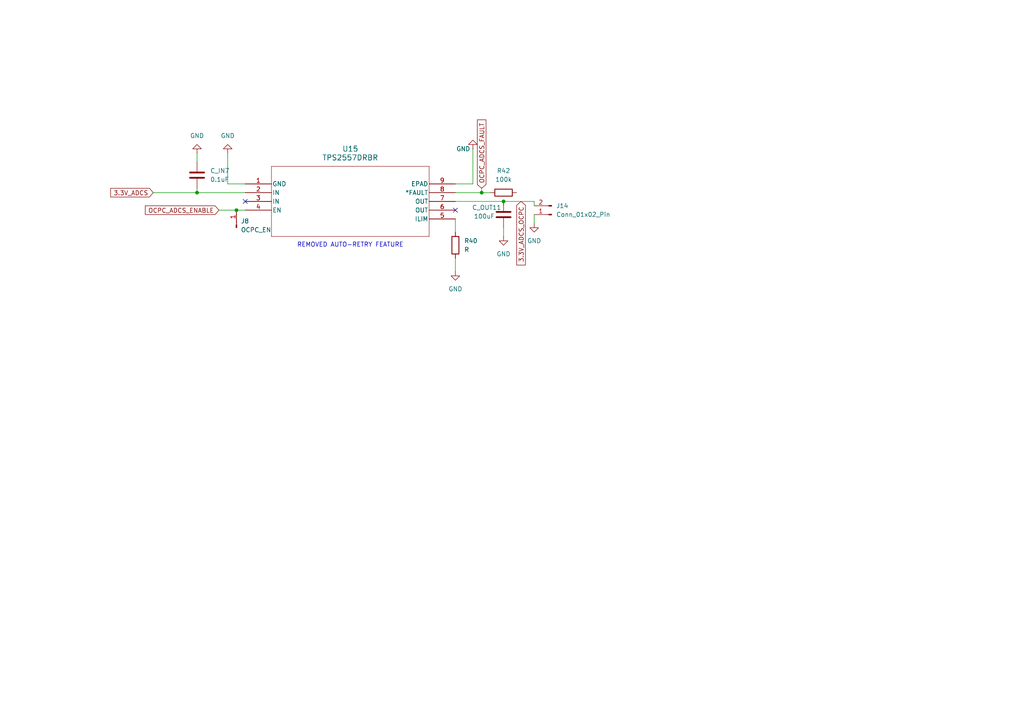
<source format=kicad_sch>
(kicad_sch (version 20231120) (generator "eeschema") (generator_version "8.0")
  (paper "A4")
  (lib_symbols
    (symbol "Connector:Conn_01x01_Pin" (pin_names (offset 1.016) hide)
      (property "Reference" "J" (at 0 2.54 0))
      (property "Value" "Conn_01x01_Pin" (at 0 -2.54 0))
      (symbol "Conn_01x01_Pin_1_1"
        (polyline (pts (xy 1.27 0) (xy 0.8636 0)) (stroke (width 0.1524)))
        (rectangle (start 0.8636 0.127) (end 0 -0.127) (stroke (width 0.1524)) (fill (type outline)))
        (pin passive line (at 5.08 0 180) (length 3.81) (name "Pin_1") (number "1"))
      )
    )
    (symbol "Connector:Conn_01x02_Pin" (pin_names (offset 1.016) hide)
      (property "Reference" "J" (at 0 2.54 0))
      (property "Value" "Conn_01x02_Pin" (at 0 -5.08 0))
      (symbol "Conn_01x02_Pin_1_1"
        (polyline (pts (xy 1.27 -2.54) (xy 0.8636 -2.54)) (stroke (width 0.1524)))
        (polyline (pts (xy 1.27 0) (xy 0.8636 0)) (stroke (width 0.1524)))
        (rectangle (start 0.8636 -2.413) (end 0 -2.667) (stroke (width 0.1524)) (fill (type outline)))
        (rectangle (start 0.8636 0.127) (end 0 -0.127) (stroke (width 0.1524)) (fill (type outline)))
        (pin passive line (at 5.08 0 180) (length 3.81) (name "Pin_1") (number "1"))
        (pin passive line (at 5.08 -2.54 180) (length 3.81) (name "Pin_2") (number "2"))
      )
    )
    (symbol "Device:C" (pin_numbers hide) (pin_names (offset 0.254))
      (property "Reference" "C" (at 0.635 2.54 0))
      (property "Value" "C" (at 0.635 -2.54 0))
      (symbol "C_0_1"
        (polyline (pts (xy -2.032 -0.762) (xy 2.032 -0.762)) (stroke (width 0.508)))
        (polyline (pts (xy -2.032 0.762) (xy 2.032 0.762)) (stroke (width 0.508)))
      )
      (symbol "C_1_1"
        (pin passive line (at 0 3.81 270) (length 2.794) (name "~") (number "1"))
        (pin passive line (at 0 -3.81 90) (length 2.794) (name "~") (number "2"))
      )
    )
    (symbol "Device:R" (pin_numbers hide) (pin_names (offset 0))
      (property "Reference" "R" (at 2.032 0 90))
      (property "Value" "R" (at 0 0 90))
      (symbol "R_0_1"
        (rectangle (start -1.016 -2.54) (end 1.016 2.54) (stroke (width 0.254)))
      )
      (symbol "R_1_1"
        (pin passive line (at 0 3.81 270) (length 1.27) (name "~") (number "1"))
        (pin passive line (at 0 -3.81 90) (length 1.27) (name "~") (number "2"))
      )
    )
    (symbol "TPS2557:TPS2557DRBR" (pin_names (offset 0.254))
      (property "Reference" "U" (at 30.48 10.16 0))
      (property "Value" "TPS2557DRBR" (at 30.48 7.62 0))
      (symbol "TPS2557DRBR_0_1"
        (polyline (pts (xy 7.62 -15.24) (xy 53.34 -15.24)) (stroke (width 0.127)))
        (polyline (pts (xy 7.62 5.08) (xy 7.62 -15.24)) (stroke (width 0.127)))
        (polyline (pts (xy 53.34 -15.24) (xy 53.34 5.08)) (stroke (width 0.127)))
        (polyline (pts (xy 53.34 5.08) (xy 7.62 5.08)) (stroke (width 0.127)))
        (pin power_in line (at 0 0 0) (length 7.62) (name "GND") (number "1"))
        (pin input line (at 0 -2.54 0) (length 7.62) (name "IN") (number "2"))
        (pin input line (at 0 -5.08 0) (length 7.62) (name "IN") (number "3"))
        (pin input line (at 0 -7.62 0) (length 7.62) (name "EN") (number "4"))
        (pin output line (at 60.96 -10.16 180) (length 7.62) (name "ILIM") (number "5"))
        (pin output line (at 60.96 -7.62 180) (length 7.62) (name "OUT") (number "6"))
        (pin output line (at 60.96 -5.08 180) (length 7.62) (name "OUT") (number "7"))
        (pin output line (at 60.96 -2.54 180) (length 7.62) (name "*FAULT") (number "8"))
        (pin unspecified line (at 60.96 0 180) (length 7.62) (name "EPAD") (number "9"))
      )
    )
    (symbol "power:GND" (power) (pin_numbers hide) (pin_names (offset 0) hide)
      (property "Value" "GND" (at 0 -3.81 0))
      (symbol "GND_0_1"
        (polyline (pts (xy 0 0) (xy 0 -1.27) (xy 1.27 -1.27) (xy 0 -2.54) (xy -1.27 -1.27) (xy 0 -1.27)))
      )
      (symbol "GND_1_1"
        (pin power_in line (at 0 0 270) (length 0) (name "~") (number "1"))
      )
    )
  )
  (junction (at 146.05 58.42))
  (junction (at 139.7 55.88))
  (junction (at 68.58 60.96))
  (junction (at 57.15 55.88))
  (no_connect (at 71.12 58.42))
  (no_connect (at 132.08 60.96))
  (wire (pts (xy 132.08 63.5) (xy 132.08 67.31)))
  (wire (pts (xy 57.15 44.45) (xy 57.15 46.99)))
  (wire (pts (xy 132.08 58.42) (xy 146.05 58.42)))
  (wire (pts (xy 57.15 55.88) (xy 71.12 55.88)))
  (wire (pts (xy 146.05 68.58) (xy 146.05 66.04)))
  (wire (pts (xy 146.05 59.69) (xy 146.05 58.42)))
  (wire (pts (xy 57.15 54.61) (xy 57.15 55.88)))
  (wire (pts (xy 139.7 55.88) (xy 142.24 55.88)))
  (wire (pts (xy 146.05 58.42) (xy 154.94 58.42)))
  (wire (pts (xy 139.7 54.61) (xy 139.7 55.88)))
  (wire (pts (xy 154.94 62.23) (xy 154.94 64.77)))
  (wire (pts (xy 68.58 60.96) (xy 63.5 60.96)))
  (wire (pts (xy 66.04 44.45) (xy 66.04 53.34)))
  (wire (pts (xy 132.08 55.88) (xy 139.7 55.88)))
  (wire (pts (xy 137.16 43.18) (xy 137.16 53.34)))
  (wire (pts (xy 71.12 53.34) (xy 66.04 53.34)))
  (wire (pts (xy 71.12 60.96) (xy 68.58 60.96)))
  (wire (pts (xy 44.45 55.88) (xy 57.15 55.88)))
  (wire (pts (xy 132.08 74.93) (xy 132.08 78.74)))
  (wire (pts (xy 132.08 53.34) (xy 137.16 53.34)))
  (wire (pts (xy 154.94 58.42) (xy 154.94 59.69)))
  (text "REMOVED AUTO-RETRY FEATURE\n" (at 101.6 71.12 0) (effects (font (size 1.27 1.27))))
  (global_label "OCPC_ADCS_FAULT" (shape input) (at 139.7 54.61 90) (property "Intersheetrefs" "${INTERSHEET_REFS}" (effects (hide yes))))
  (global_label "3.3V_ADCS_OCPC" (shape input) (at 151.13 58.42 270) (property "Intersheetrefs" "${INTERSHEET_REFS}" (effects (hide yes))))
  (global_label "3.3V_ADCS" (shape input) (at 44.45 55.88 180) (property "Intersheetrefs" "${INTERSHEET_REFS}" (effects (hide yes))))
  (global_label "OCPC_ADCS_ENABLE" (shape input) (at 63.5 60.96 180) (property "Intersheetrefs" "${INTERSHEET_REFS}" (effects (hide yes))))
  (symbol (lib_id "TPS2557:TPS2557DRBR") (at 71.12 53.34 0) (unit 1)
    (property "Reference" "U15" (at 101.6 43.18 0) (effects (font (size 1.524 1.524))))
    (property "Value" "TPS2557DRBR" (at 101.6 45.72 0) (effects (font (size 1.524 1.524))))
    (property "Datasheet" "TPS2557DRBR" (effects (hide yes)))
  )
  (symbol (lib_id "Connector:Conn_01x02_Pin") (at 160.02 62.23 180) (unit 1)
    (property "Reference" "J14" (at 161.29 59.6899 0) (effects (justify right)))
    (property "Value" "Conn_01x02_Pin" (at 161.29 62.2299 0) (effects (justify right)))
    (property "Footprint" "Connector_PinHeader_2.54mm:PinHeader_1x02_P2.54mm_Vertical" (effects (hide yes)))
    (property "Description" "Generic connector, single row, 01x02, script generated" (effects (hide yes)))
  )
  (symbol (lib_id "power:GND") (at 146.05 68.58 0) (unit 1)
    (property "Reference" "#PWR0112" (effects (hide yes)))
    (property "Value" "GND" (at 146.05 73.66 0))
    (property "Description" "Power symbol creates a global label with name \"GND\" , ground" (effects (hide yes)))
  )
  (symbol (lib_id "Device:C") (at 146.05 62.23 180) (unit 1)
    (property "Reference" "C_OUT11" (at 136.906 60.198 0) (effects (justify right)))
    (property "Value" "100uF" (at 137.414 62.738 0) (effects (justify right)))
    (property "Footprint" "Capacitor_SMD:C_0504_1310Metric" (effects (hide yes)))
    (property "Description" "Unpolarized capacitor" (effects (hide yes)))
  )
  (symbol (lib_id "power:GND") (at 154.94 64.77 0) (unit 1)
    (property "Reference" "#PWR0118" (effects (hide yes)))
    (property "Value" "GND" (at 154.94 69.85 0))
    (property "Description" "Power symbol creates a global label with name \"GND\" , ground" (effects (hide yes)))
  )
  (symbol (lib_id "power:GND") (at 137.16 43.18 180) (unit 1)
    (property "Reference" "#PWR0110" (effects (hide yes)))
    (property "Value" "GND" (at 134.366 43.18 0))
    (property "Description" "Power symbol creates a global label with name \"GND\" , ground" (effects (hide yes)))
  )
  (symbol (lib_id "Device:R") (at 146.05 55.88 270) (unit 1)
    (property "Reference" "R42" (at 146.05 49.53 90))
    (property "Value" "100k" (at 146.05 52.07 90))
    (property "Footprint" "Resistor_SMD:R_01005_0402Metric_Pad0.57x0.30mm_HandSolder" (effects (hide yes)))
    (property "Description" "Resistor" (effects (hide yes)))
  )
  (symbol (lib_id "Device:C") (at 57.15 50.8 0) (unit 1)
    (property "Reference" "C_IN7" (at 60.96 49.5299 0) (effects (justify left)))
    (property "Value" "0.1uF" (at 60.96 52.0699 0) (effects (justify left)))
    (property "Footprint" "Capacitor_SMD:C_0603_1608Metric" (effects (hide yes)))
    (property "Description" "Unpolarized capacitor" (effects (hide yes)))
  )
  (symbol (lib_id "power:GND") (at 66.04 44.45 180) (unit 1)
    (property "Reference" "#PWR0105" (effects (hide yes)))
    (property "Value" "GND" (at 66.04 39.37 0))
    (property "Description" "Power symbol creates a global label with name \"GND\" , ground" (effects (hide yes)))
  )
  (symbol (lib_id "Device:R") (at 132.08 71.12 0) (unit 1)
    (property "Reference" "R40" (at 134.62 69.8499 0) (effects (justify left)))
    (property "Value" "R" (at 134.62 72.3899 0) (effects (justify left)))
    (property "Footprint" "Resistor_SMD:R_0603_1608Metric_Pad0.98x0.95mm_HandSolder" (effects (hide yes)))
    (property "Description" "Resistor" (effects (hide yes)))
  )
  (symbol (lib_id "Connector:Conn_01x01_Pin") (at 68.58 66.04 90) (unit 1)
    (property "Reference" "J8" (at 69.85 64.1349 90) (effects (justify right)))
    (property "Value" "OCPC_EN" (at 69.85 66.6749 90) (effects (justify right)))
    (property "Description" "Generic connector, single row, 01x01, script generated" (effects (hide yes)))
  )
  (symbol (lib_id "power:GND") (at 57.15 44.45 180) (unit 1)
    (property "Reference" "#PWR0104" (effects (hide yes)))
    (property "Value" "GND" (at 57.15 39.37 0))
    (property "Description" "Power symbol creates a global label with name \"GND\" , ground" (effects (hide yes)))
  )
  (symbol (lib_id "power:GND") (at 132.08 78.74 0) (unit 1)
    (property "Reference" "#PWR0109" (effects (hide yes)))
    (property "Value" "GND" (at 132.08 83.82 0))
    (property "Description" "Power symbol creates a global label with name \"GND\" , ground" (effects (hide yes)))
  )
)
</source>
